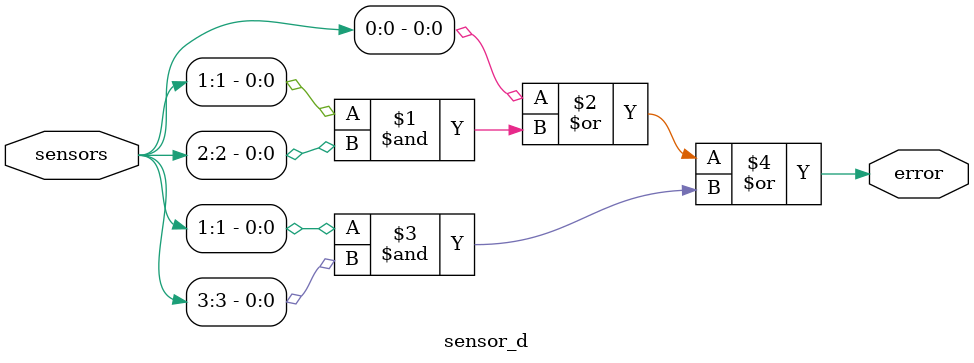
<source format=sv>
module sensor_d (
  input wire [3:0] sensors,
  output wire error
  );
  
  assign error = sensors[0] | (sensors[1] & sensors[2]) | (sensors[1] & sensors[3]);

endmodule

</source>
